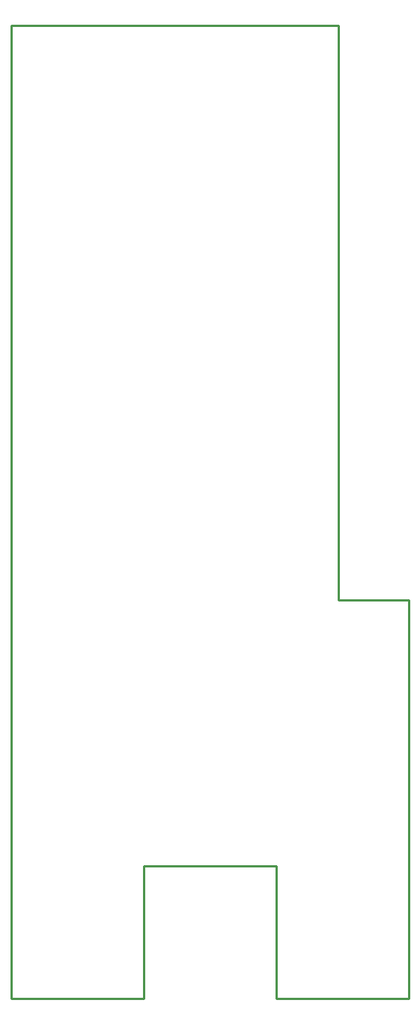
<source format=gko>
%FSTAX24Y24*%
%MOIN*%
G70*
G01*
G75*
G04 Layer_Color=16711935*
%ADD10O,0.0394X0.0984*%
%ADD11R,0.0394X0.0984*%
%ADD12R,0.0394X0.0512*%
%ADD13R,0.0709X0.0709*%
%ADD14R,0.0472X0.0512*%
%ADD15R,0.1004X0.0374*%
%ADD16R,0.1004X0.1299*%
%ADD17R,0.0512X0.0394*%
%ADD18R,0.0630X0.0630*%
%ADD19R,0.0374X0.0315*%
%ADD20R,0.0984X0.0512*%
%ADD21O,0.0906X0.0236*%
%ADD22R,0.0709X0.0709*%
%ADD23R,0.0256X0.0472*%
%ADD24R,0.1575X0.0866*%
%ADD25R,0.0512X0.0236*%
%ADD26O,0.0512X0.0236*%
%ADD27R,0.0315X0.0374*%
%ADD28R,0.0472X0.0256*%
%ADD29C,0.0100*%
%ADD30C,0.0300*%
%ADD31C,0.0250*%
%ADD32C,0.0600*%
%ADD33C,0.0200*%
%ADD34C,0.0080*%
%ADD35C,0.0060*%
%ADD36C,0.2756*%
%ADD37C,0.0709*%
%ADD38C,0.0984*%
%ADD39R,0.0984X0.0984*%
G04:AMPARAMS|DCode=40|XSize=37.4mil|YSize=57.1mil|CornerRadius=0mil|HoleSize=0mil|Usage=FLASHONLY|Rotation=345.000|XOffset=0mil|YOffset=0mil|HoleType=Round|Shape=Round|*
%AMOVALD40*
21,1,0.0197,0.0374,0.0000,0.0000,75.0*
1,1,0.0374,-0.0025,-0.0095*
1,1,0.0374,0.0025,0.0095*
%
%ADD40OVALD40*%

G04:AMPARAMS|DCode=41|XSize=37.4mil|YSize=57.1mil|CornerRadius=0mil|HoleSize=0mil|Usage=FLASHONLY|Rotation=10.000|XOffset=0mil|YOffset=0mil|HoleType=Round|Shape=Round|*
%AMOVALD41*
21,1,0.0197,0.0374,0.0000,0.0000,100.0*
1,1,0.0374,0.0017,-0.0097*
1,1,0.0374,-0.0017,0.0097*
%
%ADD41OVALD41*%

%ADD42R,0.0591X0.0591*%
%ADD43C,0.0591*%
%ADD44R,0.0591X0.0591*%
%ADD45C,0.1800*%
%ADD46C,0.0320*%
%ADD47C,0.0500*%
%ADD48C,0.0098*%
%ADD49C,0.0079*%
%ADD50C,0.0236*%
%ADD51C,0.0040*%
%ADD52C,0.0030*%
G04:AMPARAMS|DCode=53|XSize=165.4mil|YSize=0mil|CornerRadius=0mil|HoleSize=0mil|Usage=FLASHONLY|Rotation=345.000|XOffset=0mil|YOffset=0mil|HoleType=Round|Shape=Rectangle|*
%AMROTATEDRECTD53*
4,1,4,-0.0799,0.0214,-0.0799,0.0214,0.0799,-0.0214,0.0799,-0.0214,-0.0799,0.0214,0.0*
%
%ADD53ROTATEDRECTD53*%

G04:AMPARAMS|DCode=54|XSize=173.2mil|YSize=15.7mil|CornerRadius=0mil|HoleSize=0mil|Usage=FLASHONLY|Rotation=345.000|XOffset=0mil|YOffset=0mil|HoleType=Round|Shape=Rectangle|*
%AMROTATEDRECTD54*
4,1,4,-0.0857,0.0148,-0.0816,0.0300,0.0857,-0.0148,0.0816,-0.0300,-0.0857,0.0148,0.0*
%
%ADD54ROTATEDRECTD54*%

G04:AMPARAMS|DCode=55|XSize=165.4mil|YSize=0mil|CornerRadius=0mil|HoleSize=0mil|Usage=FLASHONLY|Rotation=10.000|XOffset=0mil|YOffset=0mil|HoleType=Round|Shape=Rectangle|*
%AMROTATEDRECTD55*
4,1,4,-0.0814,-0.0144,-0.0814,-0.0144,0.0814,0.0144,0.0814,0.0144,-0.0814,-0.0144,0.0*
%
%ADD55ROTATEDRECTD55*%

G04:AMPARAMS|DCode=56|XSize=173.2mil|YSize=15.7mil|CornerRadius=0mil|HoleSize=0mil|Usage=FLASHONLY|Rotation=10.000|XOffset=0mil|YOffset=0mil|HoleType=Round|Shape=Rectangle|*
%AMROTATEDRECTD56*
4,1,4,-0.0839,-0.0228,-0.0867,-0.0073,0.0839,0.0228,0.0867,0.0073,-0.0839,-0.0228,0.0*
%
%ADD56ROTATEDRECTD56*%

%ADD57O,0.0474X0.1064*%
%ADD58R,0.0474X0.1064*%
%ADD59R,0.0474X0.0592*%
%ADD60R,0.0789X0.0789*%
%ADD61R,0.0552X0.0592*%
%ADD62R,0.1084X0.0454*%
%ADD63R,0.1084X0.1379*%
%ADD64R,0.0592X0.0474*%
%ADD65R,0.0710X0.0710*%
%ADD66R,0.0454X0.0395*%
%ADD67R,0.1064X0.0592*%
%ADD68O,0.0986X0.0316*%
%ADD69R,0.0789X0.0789*%
%ADD70R,0.0336X0.0552*%
%ADD71R,0.1655X0.0946*%
%ADD72R,0.0592X0.0316*%
%ADD73O,0.0592X0.0316*%
%ADD74R,0.0395X0.0454*%
%ADD75R,0.0552X0.0336*%
%ADD76C,0.2836*%
%ADD77C,0.0789*%
%ADD78C,0.1064*%
%ADD79R,0.1064X0.1064*%
G04:AMPARAMS|DCode=80|XSize=45.4mil|YSize=65.1mil|CornerRadius=0mil|HoleSize=0mil|Usage=FLASHONLY|Rotation=345.000|XOffset=0mil|YOffset=0mil|HoleType=Round|Shape=Round|*
%AMOVALD80*
21,1,0.0197,0.0454,0.0000,0.0000,75.0*
1,1,0.0454,-0.0025,-0.0095*
1,1,0.0454,0.0025,0.0095*
%
%ADD80OVALD80*%

G04:AMPARAMS|DCode=81|XSize=45.4mil|YSize=65.1mil|CornerRadius=0mil|HoleSize=0mil|Usage=FLASHONLY|Rotation=10.000|XOffset=0mil|YOffset=0mil|HoleType=Round|Shape=Round|*
%AMOVALD81*
21,1,0.0197,0.0454,0.0000,0.0000,100.0*
1,1,0.0454,0.0017,-0.0097*
1,1,0.0454,-0.0017,0.0097*
%
%ADD81OVALD81*%

%ADD82R,0.0671X0.0671*%
%ADD83C,0.0671*%
%ADD84R,0.0671X0.0671*%
%ADD85C,0.1880*%
%ADD86C,0.0400*%
%ADD87C,0.0580*%
D29*
X1849Y13435D02*
Y17765D01*
Y13435D02*
X190806D01*
Y140256D01*
X196711D01*
Y13435D02*
Y140256D01*
Y13435D02*
X202617D01*
Y152067D01*
X200327D02*
X202617D01*
X1849Y17765D02*
X192022D01*
X199467D01*
Y153248D02*
Y17765D01*
Y152067D02*
Y153248D01*
Y152067D02*
X200327D01*
M02*

</source>
